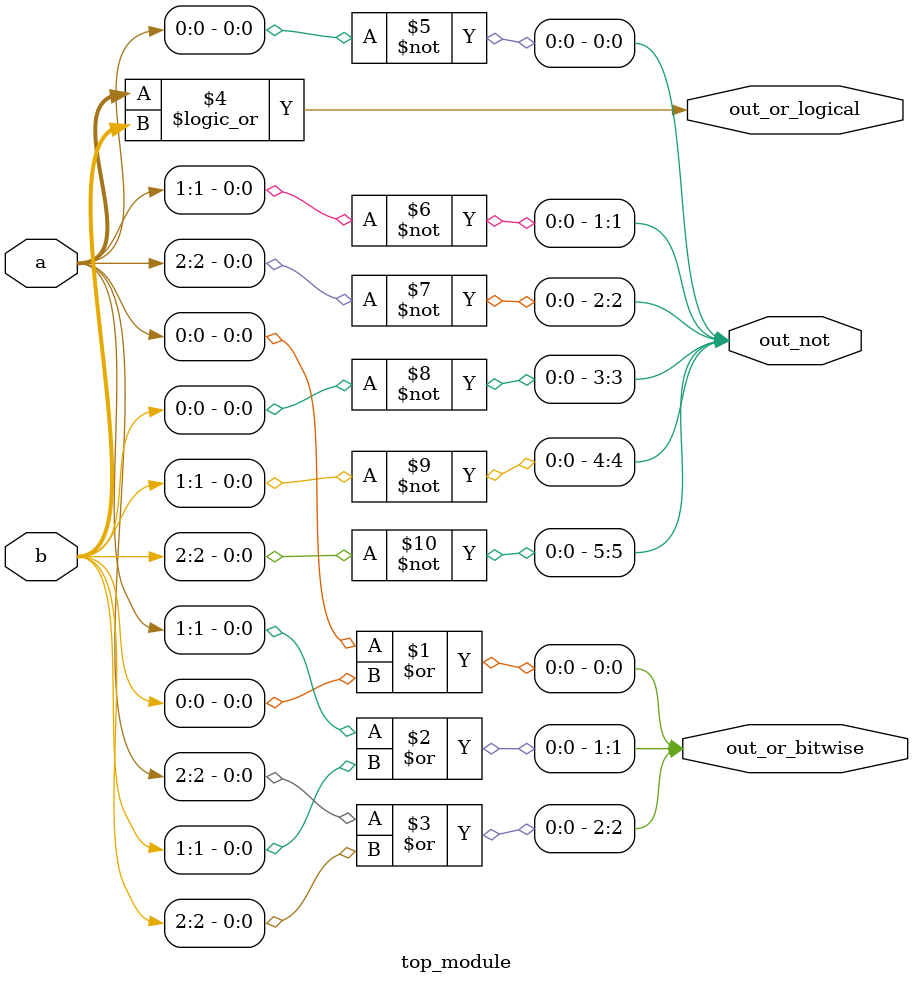
<source format=v>
module top_module( 
    input [2:0] a,
    input [2:0] b,
    output [2:0] out_or_bitwise,
    output out_or_logical,
    output [5:0] out_not
);
    assign out_or_bitwise = {a[2]|b[2],a[1]|b[1],a[0]|b[0]};
    assign out_or_logical = a || b;
    assign out_not = {~b[2],~b[1],~b[0],~a[2],~a[1],~a[0]};
endmodule

</source>
